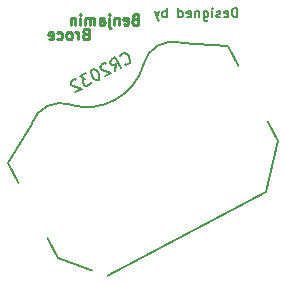
<source format=gbo>
G04 #@! TF.GenerationSoftware,KiCad,Pcbnew,5.0.0*
G04 #@! TF.CreationDate,2018-09-21T06:24:59-04:00*
G04 #@! TF.ProjectId,v1,76312E6B696361645F70636200000000,rev?*
G04 #@! TF.SameCoordinates,Original*
G04 #@! TF.FileFunction,Legend,Bot*
G04 #@! TF.FilePolarity,Positive*
%FSLAX46Y46*%
G04 Gerber Fmt 4.6, Leading zero omitted, Abs format (unit mm)*
G04 Created by KiCad (PCBNEW 5.0.0) date Fri Sep 21 06:24:59 2018*
%MOMM*%
%LPD*%
G01*
G04 APERTURE LIST*
%ADD10C,0.225000*%
%ADD11C,0.200000*%
%ADD12C,0.150000*%
%ADD13R,1.801600X1.801600*%
%ADD14O,1.801600X1.801600*%
%ADD15C,8.101600*%
%ADD16C,2.641600*%
%ADD17C,0.100000*%
%ADD18C,2.301600*%
G04 APERTURE END LIST*
D10*
X194519228Y-116521714D02*
X194390657Y-116564571D01*
X194347800Y-116607428D01*
X194304942Y-116693142D01*
X194304942Y-116821714D01*
X194347800Y-116907428D01*
X194390657Y-116950285D01*
X194476371Y-116993142D01*
X194819228Y-116993142D01*
X194819228Y-116093142D01*
X194519228Y-116093142D01*
X194433514Y-116136000D01*
X194390657Y-116178857D01*
X194347800Y-116264571D01*
X194347800Y-116350285D01*
X194390657Y-116436000D01*
X194433514Y-116478857D01*
X194519228Y-116521714D01*
X194819228Y-116521714D01*
X193576371Y-116950285D02*
X193662085Y-116993142D01*
X193833514Y-116993142D01*
X193919228Y-116950285D01*
X193962085Y-116864571D01*
X193962085Y-116521714D01*
X193919228Y-116436000D01*
X193833514Y-116393142D01*
X193662085Y-116393142D01*
X193576371Y-116436000D01*
X193533514Y-116521714D01*
X193533514Y-116607428D01*
X193962085Y-116693142D01*
X193147800Y-116393142D02*
X193147800Y-116993142D01*
X193147800Y-116478857D02*
X193104942Y-116436000D01*
X193019228Y-116393142D01*
X192890657Y-116393142D01*
X192804942Y-116436000D01*
X192762085Y-116521714D01*
X192762085Y-116993142D01*
X192333514Y-116393142D02*
X192333514Y-117164571D01*
X192376371Y-117250285D01*
X192462085Y-117293142D01*
X192504942Y-117293142D01*
X192333514Y-116093142D02*
X192376371Y-116136000D01*
X192333514Y-116178857D01*
X192290657Y-116136000D01*
X192333514Y-116093142D01*
X192333514Y-116178857D01*
X191519228Y-116993142D02*
X191519228Y-116521714D01*
X191562085Y-116436000D01*
X191647800Y-116393142D01*
X191819228Y-116393142D01*
X191904942Y-116436000D01*
X191519228Y-116950285D02*
X191604942Y-116993142D01*
X191819228Y-116993142D01*
X191904942Y-116950285D01*
X191947800Y-116864571D01*
X191947800Y-116778857D01*
X191904942Y-116693142D01*
X191819228Y-116650285D01*
X191604942Y-116650285D01*
X191519228Y-116607428D01*
X191090657Y-116993142D02*
X191090657Y-116393142D01*
X191090657Y-116478857D02*
X191047800Y-116436000D01*
X190962085Y-116393142D01*
X190833514Y-116393142D01*
X190747800Y-116436000D01*
X190704942Y-116521714D01*
X190704942Y-116993142D01*
X190704942Y-116521714D02*
X190662085Y-116436000D01*
X190576371Y-116393142D01*
X190447800Y-116393142D01*
X190362085Y-116436000D01*
X190319228Y-116521714D01*
X190319228Y-116993142D01*
X189890657Y-116993142D02*
X189890657Y-116393142D01*
X189890657Y-116093142D02*
X189933514Y-116136000D01*
X189890657Y-116178857D01*
X189847800Y-116136000D01*
X189890657Y-116093142D01*
X189890657Y-116178857D01*
X189462085Y-116393142D02*
X189462085Y-116993142D01*
X189462085Y-116478857D02*
X189419228Y-116436000D01*
X189333514Y-116393142D01*
X189204942Y-116393142D01*
X189119228Y-116436000D01*
X189076371Y-116521714D01*
X189076371Y-116993142D01*
X190305357Y-117753614D02*
X190176785Y-117796471D01*
X190133928Y-117839328D01*
X190091071Y-117925042D01*
X190091071Y-118053614D01*
X190133928Y-118139328D01*
X190176785Y-118182185D01*
X190262500Y-118225042D01*
X190605357Y-118225042D01*
X190605357Y-117325042D01*
X190305357Y-117325042D01*
X190219642Y-117367900D01*
X190176785Y-117410757D01*
X190133928Y-117496471D01*
X190133928Y-117582185D01*
X190176785Y-117667900D01*
X190219642Y-117710757D01*
X190305357Y-117753614D01*
X190605357Y-117753614D01*
X189705357Y-118225042D02*
X189705357Y-117625042D01*
X189705357Y-117796471D02*
X189662500Y-117710757D01*
X189619642Y-117667900D01*
X189533928Y-117625042D01*
X189448214Y-117625042D01*
X189019642Y-118225042D02*
X189105357Y-118182185D01*
X189148214Y-118139328D01*
X189191071Y-118053614D01*
X189191071Y-117796471D01*
X189148214Y-117710757D01*
X189105357Y-117667900D01*
X189019642Y-117625042D01*
X188891071Y-117625042D01*
X188805357Y-117667900D01*
X188762500Y-117710757D01*
X188719642Y-117796471D01*
X188719642Y-118053614D01*
X188762500Y-118139328D01*
X188805357Y-118182185D01*
X188891071Y-118225042D01*
X189019642Y-118225042D01*
X187948214Y-118182185D02*
X188033928Y-118225042D01*
X188205357Y-118225042D01*
X188291071Y-118182185D01*
X188333928Y-118139328D01*
X188376785Y-118053614D01*
X188376785Y-117796471D01*
X188333928Y-117710757D01*
X188291071Y-117667900D01*
X188205357Y-117625042D01*
X188033928Y-117625042D01*
X187948214Y-117667900D01*
X187219642Y-118182185D02*
X187305357Y-118225042D01*
X187476785Y-118225042D01*
X187562500Y-118182185D01*
X187605357Y-118096471D01*
X187605357Y-117753614D01*
X187562500Y-117667900D01*
X187476785Y-117625042D01*
X187305357Y-117625042D01*
X187219642Y-117667900D01*
X187176785Y-117753614D01*
X187176785Y-117839328D01*
X187605357Y-117925042D01*
D11*
X203186866Y-116363704D02*
X203186866Y-115563704D01*
X202996390Y-115563704D01*
X202882104Y-115601800D01*
X202805914Y-115677990D01*
X202767819Y-115754180D01*
X202729723Y-115906561D01*
X202729723Y-116020847D01*
X202767819Y-116173228D01*
X202805914Y-116249419D01*
X202882104Y-116325609D01*
X202996390Y-116363704D01*
X203186866Y-116363704D01*
X202082104Y-116325609D02*
X202158295Y-116363704D01*
X202310676Y-116363704D01*
X202386866Y-116325609D01*
X202424961Y-116249419D01*
X202424961Y-115944657D01*
X202386866Y-115868466D01*
X202310676Y-115830371D01*
X202158295Y-115830371D01*
X202082104Y-115868466D01*
X202044009Y-115944657D01*
X202044009Y-116020847D01*
X202424961Y-116097038D01*
X201739247Y-116325609D02*
X201663057Y-116363704D01*
X201510676Y-116363704D01*
X201434485Y-116325609D01*
X201396390Y-116249419D01*
X201396390Y-116211323D01*
X201434485Y-116135133D01*
X201510676Y-116097038D01*
X201624961Y-116097038D01*
X201701152Y-116058942D01*
X201739247Y-115982752D01*
X201739247Y-115944657D01*
X201701152Y-115868466D01*
X201624961Y-115830371D01*
X201510676Y-115830371D01*
X201434485Y-115868466D01*
X201053533Y-116363704D02*
X201053533Y-115830371D01*
X201053533Y-115563704D02*
X201091628Y-115601800D01*
X201053533Y-115639895D01*
X201015438Y-115601800D01*
X201053533Y-115563704D01*
X201053533Y-115639895D01*
X200329723Y-115830371D02*
X200329723Y-116477990D01*
X200367819Y-116554180D01*
X200405914Y-116592276D01*
X200482104Y-116630371D01*
X200596390Y-116630371D01*
X200672580Y-116592276D01*
X200329723Y-116325609D02*
X200405914Y-116363704D01*
X200558295Y-116363704D01*
X200634485Y-116325609D01*
X200672580Y-116287514D01*
X200710676Y-116211323D01*
X200710676Y-115982752D01*
X200672580Y-115906561D01*
X200634485Y-115868466D01*
X200558295Y-115830371D01*
X200405914Y-115830371D01*
X200329723Y-115868466D01*
X199948771Y-115830371D02*
X199948771Y-116363704D01*
X199948771Y-115906561D02*
X199910676Y-115868466D01*
X199834485Y-115830371D01*
X199720200Y-115830371D01*
X199644009Y-115868466D01*
X199605914Y-115944657D01*
X199605914Y-116363704D01*
X198920200Y-116325609D02*
X198996390Y-116363704D01*
X199148771Y-116363704D01*
X199224961Y-116325609D01*
X199263057Y-116249419D01*
X199263057Y-115944657D01*
X199224961Y-115868466D01*
X199148771Y-115830371D01*
X198996390Y-115830371D01*
X198920200Y-115868466D01*
X198882104Y-115944657D01*
X198882104Y-116020847D01*
X199263057Y-116097038D01*
X198196390Y-116363704D02*
X198196390Y-115563704D01*
X198196390Y-116325609D02*
X198272580Y-116363704D01*
X198424961Y-116363704D01*
X198501152Y-116325609D01*
X198539247Y-116287514D01*
X198577342Y-116211323D01*
X198577342Y-115982752D01*
X198539247Y-115906561D01*
X198501152Y-115868466D01*
X198424961Y-115830371D01*
X198272580Y-115830371D01*
X198196390Y-115868466D01*
X197205914Y-116363704D02*
X197205914Y-115563704D01*
X197205914Y-115868466D02*
X197129723Y-115830371D01*
X196977342Y-115830371D01*
X196901152Y-115868466D01*
X196863057Y-115906561D01*
X196824961Y-115982752D01*
X196824961Y-116211323D01*
X196863057Y-116287514D01*
X196901152Y-116325609D01*
X196977342Y-116363704D01*
X197129723Y-116363704D01*
X197205914Y-116325609D01*
X196558295Y-115830371D02*
X196367819Y-116363704D01*
X196177342Y-115830371D02*
X196367819Y-116363704D01*
X196444009Y-116554180D01*
X196482104Y-116592276D01*
X196558295Y-116630371D01*
D12*
G04 #@! TO.C,BT1*
X185792831Y-125355774D02*
X183745425Y-128673862D01*
X198404389Y-118506254D02*
X202359727Y-118776464D01*
X185770404Y-125367699D02*
G75*
G02X189081923Y-123750770I2464224J-847295D01*
G01*
X195223329Y-120341490D02*
G75*
G02X198415602Y-118500291I2516736J-675537D01*
G01*
X195268183Y-120317641D02*
G75*
G02X189048282Y-123768656I-4835458J1384443D01*
G01*
X205623680Y-131136956D02*
X206652575Y-126850138D01*
X188038273Y-136747536D02*
X192167558Y-138291703D01*
X192167558Y-138291703D02*
X205623680Y-131136956D01*
X183745425Y-128673862D02*
X188038273Y-136747536D01*
X202359727Y-118776464D02*
X206652575Y-126850138D01*
X193661707Y-120353698D02*
X193726108Y-120373388D01*
X193874599Y-120348365D01*
X193958690Y-120303654D01*
X194062469Y-120194541D01*
X194101848Y-120065739D01*
X194099181Y-119959293D01*
X194051803Y-119768757D01*
X193984736Y-119642622D01*
X193853268Y-119496797D01*
X193766511Y-119435063D01*
X193637709Y-119395684D01*
X193489218Y-119420706D01*
X193405128Y-119465418D01*
X193301348Y-119574530D01*
X193281659Y-119638931D01*
X192823471Y-120907260D02*
X192894229Y-120330318D01*
X193328013Y-120638991D02*
X192858541Y-119756043D01*
X192522180Y-119934889D01*
X192460446Y-120021646D01*
X192440756Y-120086047D01*
X192443423Y-120192493D01*
X192510490Y-120318628D01*
X192597247Y-120380363D01*
X192661648Y-120400052D01*
X192768094Y-120397386D01*
X193104455Y-120218539D01*
X192062350Y-120287249D02*
X191997949Y-120267560D01*
X191891503Y-120270226D01*
X191681278Y-120382005D01*
X191619543Y-120468762D01*
X191599854Y-120533163D01*
X191602520Y-120639609D01*
X191647232Y-120723699D01*
X191756345Y-120827479D01*
X192529155Y-121063751D01*
X191982569Y-121354376D01*
X190966511Y-120762053D02*
X190882420Y-120806765D01*
X190820686Y-120893522D01*
X190800997Y-120957923D01*
X190803663Y-121064369D01*
X190851041Y-121254905D01*
X190962820Y-121465131D01*
X191094288Y-121610955D01*
X191181045Y-121672690D01*
X191245446Y-121692379D01*
X191351892Y-121689713D01*
X191435982Y-121645001D01*
X191497717Y-121558244D01*
X191517406Y-121493843D01*
X191514740Y-121387397D01*
X191467362Y-121196861D01*
X191355583Y-120986636D01*
X191224114Y-120840811D01*
X191137358Y-120779076D01*
X191072957Y-120759387D01*
X190966511Y-120762053D01*
X190377879Y-121075035D02*
X189831292Y-121365660D01*
X190304455Y-121545530D01*
X190178319Y-121612598D01*
X190116585Y-121699354D01*
X190096895Y-121763755D01*
X190099562Y-121870201D01*
X190211341Y-122080427D01*
X190298097Y-122142161D01*
X190362498Y-122161851D01*
X190468944Y-122159184D01*
X190721215Y-122025049D01*
X190782950Y-121938293D01*
X190802639Y-121873892D01*
X189539643Y-121628596D02*
X189475242Y-121608907D01*
X189368796Y-121611573D01*
X189158570Y-121723352D01*
X189096836Y-121810109D01*
X189077147Y-121874510D01*
X189079813Y-121980956D01*
X189124525Y-122065046D01*
X189233637Y-122168826D01*
X190006448Y-122405098D01*
X189459861Y-122695723D01*
G04 #@! TD*
%LPC*%
D13*
G04 #@! TO.C,J1*
X188849000Y-138620500D03*
D14*
X191389000Y-138620500D03*
X193929000Y-138620500D03*
X196469000Y-138620500D03*
X199009000Y-138620500D03*
X201549000Y-138620500D03*
G04 #@! TD*
D15*
G04 #@! TO.C,BT1*
X195199000Y-127762000D03*
D16*
X185106908Y-133128060D03*
D17*
G36*
X185157018Y-136035679D02*
X182724404Y-131460597D01*
X185056798Y-130220441D01*
X187489412Y-134795523D01*
X185157018Y-136035679D01*
X185157018Y-136035679D01*
G37*
D16*
X205291092Y-122395940D03*
D17*
G36*
X205341202Y-125303559D02*
X202908588Y-120728477D01*
X205240982Y-119488321D01*
X207673596Y-124063403D01*
X205341202Y-125303559D01*
X205341202Y-125303559D01*
G37*
G04 #@! TD*
D18*
G04 #@! TO.C,hole*
X205486000Y-138049000D03*
G04 #@! TD*
G04 #@! TO.C,hole*
X184912000Y-117475000D03*
G04 #@! TD*
G04 #@! TO.C,hole*
X184912000Y-138049000D03*
G04 #@! TD*
G04 #@! TO.C,hole*
X205486000Y-117475000D03*
G04 #@! TD*
M02*

</source>
